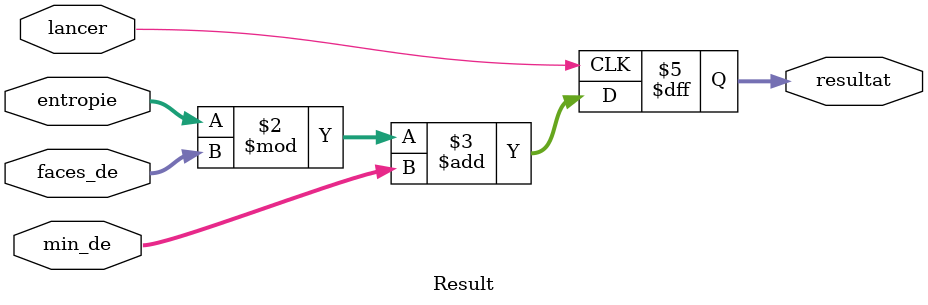
<source format=v>
module Result(lancer, entropie, min_de, faces_de, resultat);

input lancer;
input[6:0] entropie; // Nombre "aléatoire" (inconnu au moment du lancer)
input[6:0] min_de, faces_de;

output[6:0] resultat;
reg[6:0] resultat;

initial resultat <= 1;

always @(negedge lancer) begin
  resultat <= entropie % faces_de + min_de;
end

endmodule

</source>
